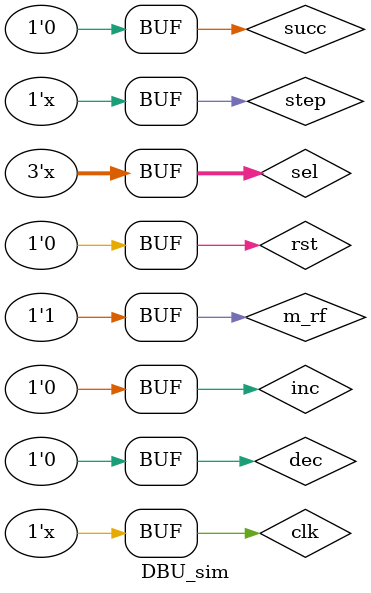
<source format=v>
`timescale 1ns / 1ps

module DBU_sim();
    reg clk, rst;
    reg succ, step;
    reg [2:0] sel;
    reg m_rf, inc, dec;
    wire [7:0] seg;
    wire [2:0] an;
    wire [11:0] led;
    wire [31:0] data_display;
    
    DBU DBU_test (
        .clk(clk),
        .rst(rst),
        .succ(succ),
        .step(step),
        .sel(sel),
        .m_rf(m_rf),
        .inc(inc),
        .dec(dec),
        .led(led), 
        .an(an),
        .data_display(data_display),
        .seg(seg)
    );
    
    initial begin
        rst = 1;
        #3 rst = 0;
    end
    
    initial  clk = 1;
    always #5 clk = ~clk;
    
    initial sel = 0;
    always #10 sel = sel + 1;
    
    initial begin
        inc = 0; dec = 0;
    end
    
    initial begin
        m_rf = 0;
        #5 m_rf = ~m_rf;
    end
    
    initial begin
        succ = 0; step = 1;
    end
    
    always #40 step = ~step;
    
endmodule

</source>
